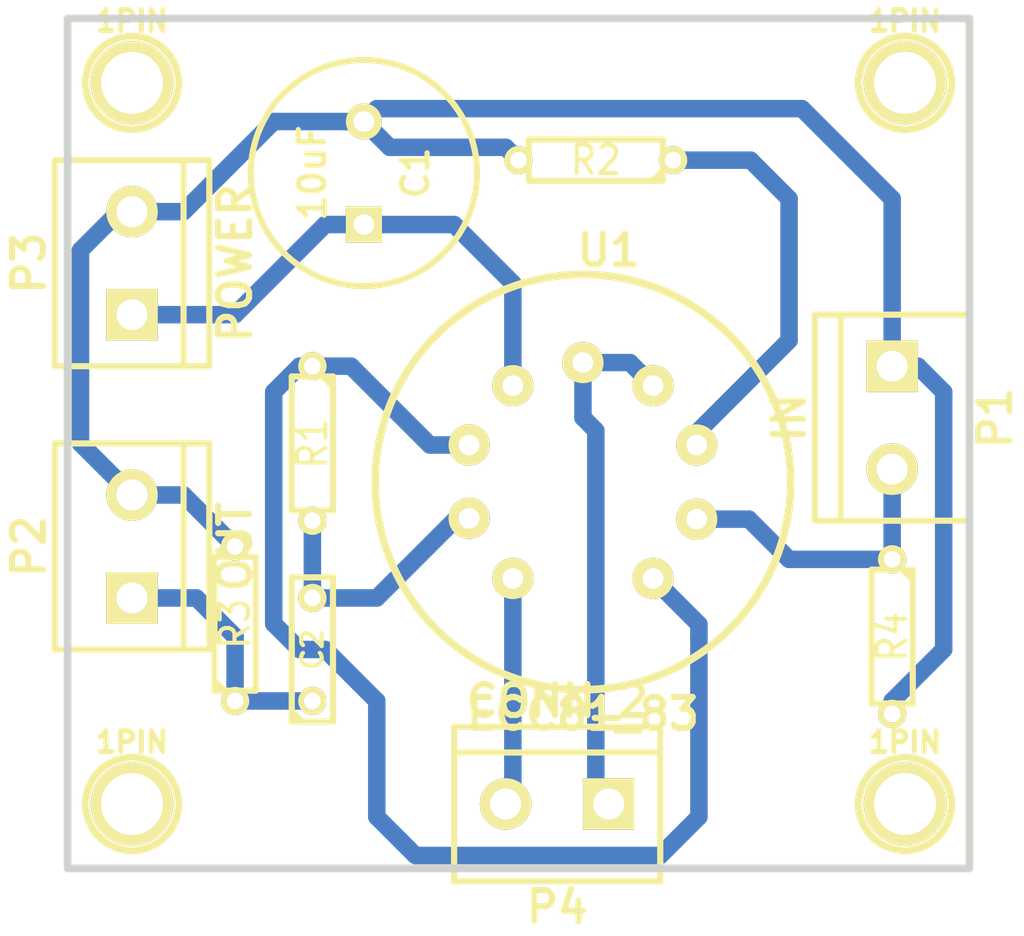
<source format=kicad_pcb>
(kicad_pcb (version 20171130) (host pcbnew "(5.1.12)-1")

  (general
    (thickness 1.6)
    (drawings 4)
    (tracks 74)
    (zones 0)
    (modules 15)
    (nets 10)
  )

  (page A4)
  (title_block
    (date "27 aug 2008")
  )

  (layers
    (0 F.Cu signal)
    (31 B.Cu signal)
    (32 B.Adhes user)
    (33 F.Adhes user)
    (34 B.Paste user)
    (35 F.Paste user)
    (36 B.SilkS user)
    (37 F.SilkS user)
    (38 B.Mask user)
    (39 F.Mask user)
    (40 Dwgs.User user)
    (41 Cmts.User user)
    (42 Eco1.User user)
    (43 Eco2.User user)
    (44 Edge.Cuts user)
    (45 Margin user)
    (46 B.CrtYd user)
    (47 F.CrtYd user)
    (48 B.Fab user)
    (49 F.Fab user)
  )

  (setup
    (last_trace_width 0.8636)
    (trace_clearance 0.1524)
    (zone_clearance 0.381)
    (zone_45_only no)
    (trace_min 0.2)
    (via_size 1.143)
    (via_drill 0.635)
    (via_min_size 0.4)
    (via_min_drill 0.3)
    (uvia_size 0.508)
    (uvia_drill 0.2032)
    (uvias_allowed no)
    (uvia_min_size 0.2)
    (uvia_min_drill 0.1)
    (edge_width 0.381)
    (segment_width 0.381)
    (pcb_text_width 0.3048)
    (pcb_text_size 1.524 2.032)
    (mod_edge_width 0.381)
    (mod_text_size 1.524 1.524)
    (mod_text_width 0.3048)
    (pad_size 2.794 1.397)
    (pad_drill 1.9304)
    (pad_to_mask_clearance 0)
    (aux_axis_origin 0 0)
    (visible_elements FFFFFF7F)
    (pcbplotparams
      (layerselection 0x010fc_ffffffff)
      (usegerberextensions false)
      (usegerberattributes true)
      (usegerberadvancedattributes true)
      (creategerberjobfile true)
      (excludeedgelayer false)
      (linewidth 0.100000)
      (plotframeref false)
      (viasonmask false)
      (mode 1)
      (useauxorigin false)
      (hpglpennumber 1)
      (hpglpenspeed 20)
      (hpglpendiameter 15.000000)
      (psnegative false)
      (psa4output false)
      (plotreference true)
      (plotvalue true)
      (plotinvisibletext false)
      (padsonsilk false)
      (subtractmaskfromsilk false)
      (outputformat 1)
      (mirror false)
      (drillshape 0)
      (scaleselection 1)
      (outputdirectory ""))
  )

  (net 0 "")
  (net 1 N-000001)
  (net 2 N-000004)
  (net 3 N-000005)
  (net 4 N-000007)
  (net 5 N-000008)
  (net 6 N-000009)
  (net 7 N-000002)
  (net 8 GND)
  (net 9 N-000006)

  (net_class Default "This is the default net class."
    (clearance 0.1524)
    (trace_width 0.8636)
    (via_dia 1.143)
    (via_drill 0.635)
    (uvia_dia 0.508)
    (uvia_drill 0.2032)
    (add_net GND)
    (add_net N-000001)
    (add_net N-000002)
    (add_net N-000004)
    (add_net N-000005)
    (add_net N-000006)
    (add_net N-000007)
    (add_net N-000008)
    (add_net N-000009)
  )

  (module 1pin (layer F.Cu) (tedit 200000) (tstamp 454CC09B)
    (at 127 129.54)
    (descr "module 1 pin (ou trou mecanique de percage)")
    (tags DEV)
    (fp_text reference 1PIN (at 0 -3.048) (layer F.SilkS)
      (effects (font (size 1.016 1.016) (thickness 0.3048)))
    )
    (fp_text value P*** (at 0 2.794) (layer F.SilkS) hide
      (effects (font (size 1.016 1.016) (thickness 0.3048)))
    )
    (fp_circle (center 0 0) (end 0 -2.286) (layer F.SilkS) (width 0.381))
    (pad 1 thru_hole circle (at 0 0) (size 4.064 4.064) (drill 3.048) (layers *.Cu *.Mask F.SilkS))
  )

  (module 1pin (layer F.Cu) (tedit 200000) (tstamp 454CC096)
    (at 165.1 129.54)
    (descr "module 1 pin (ou trou mecanique de percage)")
    (tags DEV)
    (fp_text reference 1PIN (at 0 -3.048) (layer F.SilkS)
      (effects (font (size 1.016 1.016) (thickness 0.3048)))
    )
    (fp_text value P*** (at 0 2.794) (layer F.SilkS) hide
      (effects (font (size 1.016 1.016) (thickness 0.3048)))
    )
    (fp_circle (center 0 0) (end 0 -2.286) (layer F.SilkS) (width 0.381))
    (pad 1 thru_hole circle (at 0 0) (size 4.064 4.064) (drill 3.048) (layers *.Cu *.Mask F.SilkS))
  )

  (module 1pin (layer F.Cu) (tedit 200000) (tstamp 454CC090)
    (at 165.1 93.98)
    (descr "module 1 pin (ou trou mecanique de percage)")
    (tags DEV)
    (fp_text reference 1PIN (at 0 -3.048) (layer F.SilkS)
      (effects (font (size 1.016 1.016) (thickness 0.3048)))
    )
    (fp_text value P*** (at 0 2.794) (layer F.SilkS) hide
      (effects (font (size 1.016 1.016) (thickness 0.3048)))
    )
    (fp_circle (center 0 0) (end 0 -2.286) (layer F.SilkS) (width 0.381))
    (pad 1 thru_hole circle (at 0 0) (size 4.064 4.064) (drill 3.048) (layers *.Cu *.Mask F.SilkS))
  )

  (module 1pin (layer F.Cu) (tedit 200000) (tstamp 454CC08A)
    (at 127 93.98)
    (descr "module 1 pin (ou trou mecanique de percage)")
    (tags DEV)
    (fp_text reference 1PIN (at 0 -3.048) (layer F.SilkS)
      (effects (font (size 1.016 1.016) (thickness 0.3048)))
    )
    (fp_text value P*** (at 0 2.794) (layer F.SilkS) hide
      (effects (font (size 1.016 1.016) (thickness 0.3048)))
    )
    (fp_circle (center 0 0) (end 0 -2.286) (layer F.SilkS) (width 0.381))
    (pad 1 thru_hole circle (at 0 0) (size 4.064 4.064) (drill 3.048) (layers *.Cu *.Mask F.SilkS))
  )

  (module ECC-83-1 (layer F.Cu) (tedit 454CBC05) (tstamp 48B4F266)
    (at 149.225 113.665)
    (path /48B4F266)
    (fp_text reference U1 (at 1.27 -11.43) (layer F.SilkS)
      (effects (font (size 1.524 1.524) (thickness 0.3048)))
    )
    (fp_text value ECC81_83 (at 0 11.43) (layer F.SilkS)
      (effects (font (size 1.524 1.524) (thickness 0.3048)))
    )
    (fp_circle (center 0 0) (end 10.16 1.27) (layer F.SilkS) (width 0.381))
    (pad 1 thru_hole circle (at 3.4544 4.75488) (size 2.032 2.032) (drill 1.016) (layers *.Cu *.Mask F.SilkS)
      (net 1 N-000001))
    (pad 2 thru_hole circle (at 5.60832 1.8288) (size 2.032 2.032) (drill 1.016) (layers *.Cu *.Mask F.SilkS)
      (net 2 N-000004))
    (pad 3 thru_hole circle (at 5.60832 -1.8288) (size 2.032 2.032) (drill 1.016) (layers *.Cu *.Mask F.SilkS)
      (net 3 N-000005))
    (pad 4 thru_hole circle (at 3.4544 -4.75488) (size 2.032 2.032) (drill 1.016) (layers *.Cu *.Mask F.SilkS)
      (net 4 N-000007))
    (pad 5 thru_hole circle (at 0 -5.8928) (size 2.032 2.032) (drill 1.016) (layers *.Cu *.Mask F.SilkS)
      (net 4 N-000007))
    (pad 6 thru_hole circle (at -3.4544 -4.75488) (size 2.032 2.032) (drill 1.016) (layers *.Cu *.Mask F.SilkS)
      (net 5 N-000008))
    (pad 7 thru_hole circle (at -5.60832 -1.8288) (size 2.032 2.032) (drill 1.016) (layers *.Cu *.Mask F.SilkS)
      (net 1 N-000001))
    (pad 8 thru_hole circle (at -5.60832 1.78816) (size 2.032 2.032) (drill 1.016) (layers *.Cu *.Mask F.SilkS)
      (net 6 N-000009))
    (pad 9 thru_hole circle (at -3.4544 4.75488) (size 2.032 2.032) (drill 1.016) (layers *.Cu *.Mask F.SilkS)
      (net 7 N-000002))
    (model valves/ecc83.wrl
      (at (xyz 0 0 0))
      (scale (xyz 1 1 1))
      (rotate (xyz 0 0 0))
    )
  )

  (module R3 (layer F.Cu) (tedit 200000) (tstamp 4549F39D)
    (at 149.86 97.79 180)
    (descr "Resitance 3 pas")
    (tags R)
    (path /4549F39D)
    (autoplace_cost180 10)
    (fp_text reference R2 (at 0 0 180) (layer F.SilkS)
      (effects (font (size 1.397 1.27) (thickness 0.2032)))
    )
    (fp_text value 1.5K (at 0 0 180) (layer F.SilkS) hide
      (effects (font (size 1.397 1.27) (thickness 0.2032)))
    )
    (fp_line (start -3.81 0) (end -3.302 0) (layer F.SilkS) (width 0.3048))
    (fp_line (start 3.81 0) (end 3.302 0) (layer F.SilkS) (width 0.3048))
    (fp_line (start 3.302 0) (end 3.302 -1.016) (layer F.SilkS) (width 0.3048))
    (fp_line (start 3.302 -1.016) (end -3.302 -1.016) (layer F.SilkS) (width 0.3048))
    (fp_line (start -3.302 -1.016) (end -3.302 1.016) (layer F.SilkS) (width 0.3048))
    (fp_line (start -3.302 1.016) (end 3.302 1.016) (layer F.SilkS) (width 0.3048))
    (fp_line (start 3.302 1.016) (end 3.302 0) (layer F.SilkS) (width 0.3048))
    (fp_line (start -3.302 -0.508) (end -2.794 -1.016) (layer F.SilkS) (width 0.3048))
    (pad 1 thru_hole circle (at -3.81 0 180) (size 1.397 1.397) (drill 0.8128) (layers *.Cu *.Mask F.SilkS)
      (net 3 N-000005))
    (pad 2 thru_hole circle (at 3.81 0 180) (size 1.397 1.397) (drill 0.8128) (layers *.Cu *.Mask F.SilkS)
      (net 8 GND))
    (model discret/resistor.wrl
      (at (xyz 0 0 0))
      (scale (xyz 0.3 0.3 0.3))
      (rotate (xyz 0 0 0))
    )
  )

  (module R3 (layer F.Cu) (tedit 200000) (tstamp 4549F3A2)
    (at 164.465 121.285 270)
    (descr "Resitance 3 pas")
    (tags R)
    (path /4549F3A2)
    (autoplace_cost180 10)
    (fp_text reference R4 (at 0 0 270) (layer F.SilkS)
      (effects (font (size 1.397 1.27) (thickness 0.2032)))
    )
    (fp_text value 47K (at 0 0 270) (layer F.SilkS) hide
      (effects (font (size 1.397 1.27) (thickness 0.2032)))
    )
    (fp_line (start -3.81 0) (end -3.302 0) (layer F.SilkS) (width 0.3048))
    (fp_line (start 3.81 0) (end 3.302 0) (layer F.SilkS) (width 0.3048))
    (fp_line (start 3.302 0) (end 3.302 -1.016) (layer F.SilkS) (width 0.3048))
    (fp_line (start 3.302 -1.016) (end -3.302 -1.016) (layer F.SilkS) (width 0.3048))
    (fp_line (start -3.302 -1.016) (end -3.302 1.016) (layer F.SilkS) (width 0.3048))
    (fp_line (start -3.302 1.016) (end 3.302 1.016) (layer F.SilkS) (width 0.3048))
    (fp_line (start 3.302 1.016) (end 3.302 0) (layer F.SilkS) (width 0.3048))
    (fp_line (start -3.302 -0.508) (end -2.794 -1.016) (layer F.SilkS) (width 0.3048))
    (pad 1 thru_hole circle (at -3.81 0 270) (size 1.397 1.397) (drill 0.8128) (layers *.Cu *.Mask F.SilkS)
      (net 2 N-000004))
    (pad 2 thru_hole circle (at 3.81 0 270) (size 1.397 1.397) (drill 0.8128) (layers *.Cu *.Mask F.SilkS)
      (net 8 GND))
    (model discret/resistor.wrl
      (at (xyz 0 0 0))
      (scale (xyz 0.3 0.3 0.3))
      (rotate (xyz 0 0 0))
    )
  )

  (module R3 (layer F.Cu) (tedit 200000) (tstamp 4549F3AD)
    (at 132.08 120.65 90)
    (descr "Resitance 3 pas")
    (tags R)
    (path /4549F3AD)
    (autoplace_cost180 10)
    (fp_text reference R3 (at 0 0 90) (layer F.SilkS)
      (effects (font (size 1.397 1.27) (thickness 0.2032)))
    )
    (fp_text value 100K (at 0 0 90) (layer F.SilkS) hide
      (effects (font (size 1.397 1.27) (thickness 0.2032)))
    )
    (fp_line (start -3.81 0) (end -3.302 0) (layer F.SilkS) (width 0.3048))
    (fp_line (start 3.81 0) (end 3.302 0) (layer F.SilkS) (width 0.3048))
    (fp_line (start 3.302 0) (end 3.302 -1.016) (layer F.SilkS) (width 0.3048))
    (fp_line (start 3.302 -1.016) (end -3.302 -1.016) (layer F.SilkS) (width 0.3048))
    (fp_line (start -3.302 -1.016) (end -3.302 1.016) (layer F.SilkS) (width 0.3048))
    (fp_line (start -3.302 1.016) (end 3.302 1.016) (layer F.SilkS) (width 0.3048))
    (fp_line (start 3.302 1.016) (end 3.302 0) (layer F.SilkS) (width 0.3048))
    (fp_line (start -3.302 -0.508) (end -2.794 -1.016) (layer F.SilkS) (width 0.3048))
    (pad 1 thru_hole circle (at -3.81 0 90) (size 1.397 1.397) (drill 0.8128) (layers *.Cu *.Mask F.SilkS)
      (net 9 N-000006))
    (pad 2 thru_hole circle (at 3.81 0 90) (size 1.397 1.397) (drill 0.8128) (layers *.Cu *.Mask F.SilkS)
      (net 8 GND))
    (model discret/resistor.wrl
      (at (xyz 0 0 0))
      (scale (xyz 0.3 0.3 0.3))
      (rotate (xyz 0 0 0))
    )
  )

  (module R3 (layer F.Cu) (tedit 200000) (tstamp 4549F38A)
    (at 135.89 111.76 270)
    (descr "Resitance 3 pas")
    (tags R)
    (path /4549F38A)
    (autoplace_cost180 10)
    (fp_text reference R1 (at 0 0 270) (layer F.SilkS)
      (effects (font (size 1.397 1.27) (thickness 0.2032)))
    )
    (fp_text value 1.5K (at 0 0 270) (layer F.SilkS) hide
      (effects (font (size 1.397 1.27) (thickness 0.2032)))
    )
    (fp_line (start -3.81 0) (end -3.302 0) (layer F.SilkS) (width 0.3048))
    (fp_line (start 3.81 0) (end 3.302 0) (layer F.SilkS) (width 0.3048))
    (fp_line (start 3.302 0) (end 3.302 -1.016) (layer F.SilkS) (width 0.3048))
    (fp_line (start 3.302 -1.016) (end -3.302 -1.016) (layer F.SilkS) (width 0.3048))
    (fp_line (start -3.302 -1.016) (end -3.302 1.016) (layer F.SilkS) (width 0.3048))
    (fp_line (start -3.302 1.016) (end 3.302 1.016) (layer F.SilkS) (width 0.3048))
    (fp_line (start 3.302 1.016) (end 3.302 0) (layer F.SilkS) (width 0.3048))
    (fp_line (start -3.302 -0.508) (end -2.794 -1.016) (layer F.SilkS) (width 0.3048))
    (pad 1 thru_hole circle (at -3.81 0 270) (size 1.397 1.397) (drill 0.8128) (layers *.Cu *.Mask F.SilkS)
      (net 1 N-000001))
    (pad 2 thru_hole circle (at 3.81 0 270) (size 1.397 1.397) (drill 0.8128) (layers *.Cu *.Mask F.SilkS)
      (net 6 N-000009))
    (model discret/resistor.wrl
      (at (xyz 0 0 0))
      (scale (xyz 0.3 0.3 0.3))
      (rotate (xyz 0 0 0))
    )
  )

  (module C2V10 (layer F.Cu) (tedit 41854742) (tstamp 4549F4BE)
    (at 138.43 98.425 90)
    (descr "Condensateur polarise")
    (tags CP)
    (path /4549F4BE)
    (fp_text reference C1 (at 0 2.54 90) (layer F.SilkS)
      (effects (font (size 1.27 1.27) (thickness 0.254)))
    )
    (fp_text value 10uF (at 0 -2.54 90) (layer F.SilkS)
      (effects (font (size 1.27 1.27) (thickness 0.254)))
    )
    (fp_circle (center 0 0) (end 4.826 -2.794) (layer F.SilkS) (width 0.3048))
    (pad 1 thru_hole rect (at -2.54 0 90) (size 1.778 1.778) (drill 1.016) (layers *.Cu *.Mask F.SilkS)
      (net 5 N-000008))
    (pad 2 thru_hole circle (at 2.54 0 90) (size 1.778 1.778) (drill 1.016) (layers *.Cu *.Mask F.SilkS)
      (net 8 GND))
    (model discret/c_vert_c2v10.wrl
      (at (xyz 0 0 0))
      (scale (xyz 1 1 1))
      (rotate (xyz 0 0 0))
    )
  )

  (module C2 (layer F.Cu) (tedit 200000) (tstamp 4549F3BE)
    (at 135.89 121.92 90)
    (descr "Condensateur = 2 pas")
    (tags C)
    (path /4549F3BE)
    (fp_text reference C2 (at 0 0 90) (layer F.SilkS)
      (effects (font (size 1.016 1.016) (thickness 0.2032)))
    )
    (fp_text value 680nF (at 0 0 90) (layer F.SilkS) hide
      (effects (font (size 1.016 1.016) (thickness 0.2032)))
    )
    (fp_line (start -3.556 -1.016) (end 3.556 -1.016) (layer F.SilkS) (width 0.3048))
    (fp_line (start 3.556 -1.016) (end 3.556 1.016) (layer F.SilkS) (width 0.3048))
    (fp_line (start 3.556 1.016) (end -3.556 1.016) (layer F.SilkS) (width 0.3048))
    (fp_line (start -3.556 1.016) (end -3.556 -1.016) (layer F.SilkS) (width 0.3048))
    (fp_line (start -3.556 -0.508) (end -3.048 -1.016) (layer F.SilkS) (width 0.3048))
    (pad 1 thru_hole circle (at -2.54 0 90) (size 1.397 1.397) (drill 0.8128) (layers *.Cu *.Mask F.SilkS)
      (net 9 N-000006))
    (pad 2 thru_hole circle (at 2.54 0 90) (size 1.397 1.397) (drill 0.8128) (layers *.Cu *.Mask F.SilkS)
      (net 6 N-000009))
    (model discret/capa_2pas_5x5mm.wrl
      (at (xyz 0 0 0))
      (scale (xyz 1 1 1))
      (rotate (xyz 0 0 0))
    )
  )

  (module bornier2 (layer F.Cu) (tedit 3EC0ED69) (tstamp 4549F4A5)
    (at 127 102.87 90)
    (descr "Bornier d'alimentation 2 pins")
    (tags DEV)
    (path /4549F4A5)
    (fp_text reference P3 (at 0 -5.08 90) (layer F.SilkS)
      (effects (font (size 1.524 1.524) (thickness 0.3048)))
    )
    (fp_text value POWER (at 0 5.08 90) (layer F.SilkS)
      (effects (font (size 1.524 1.524) (thickness 0.3048)))
    )
    (fp_line (start 5.08 2.54) (end -5.08 2.54) (layer F.SilkS) (width 0.3048))
    (fp_line (start 5.08 3.81) (end 5.08 -3.81) (layer F.SilkS) (width 0.3048))
    (fp_line (start 5.08 -3.81) (end -5.08 -3.81) (layer F.SilkS) (width 0.3048))
    (fp_line (start -5.08 -3.81) (end -5.08 3.81) (layer F.SilkS) (width 0.3048))
    (fp_line (start -5.08 3.81) (end 5.08 3.81) (layer F.SilkS) (width 0.3048))
    (pad 1 thru_hole rect (at -2.54 0 90) (size 2.54 2.54) (drill 1.524) (layers *.Cu *.Mask F.SilkS)
      (net 5 N-000008))
    (pad 2 thru_hole circle (at 2.54 0 90) (size 2.54 2.54) (drill 1.524) (layers *.Cu *.Mask F.SilkS)
      (net 8 GND))
    (model device/bornier_2.wrl
      (at (xyz 0 0 0))
      (scale (xyz 1 1 1))
      (rotate (xyz 0 0 0))
    )
  )

  (module bornier2 (layer F.Cu) (tedit 3EC0ED69) (tstamp 4549F464)
    (at 164.465 110.49 270)
    (descr "Bornier d'alimentation 2 pins")
    (tags DEV)
    (path /4549F464)
    (fp_text reference P1 (at 0 -5.08 270) (layer F.SilkS)
      (effects (font (size 1.524 1.524) (thickness 0.3048)))
    )
    (fp_text value IN (at 0 5.08 270) (layer F.SilkS)
      (effects (font (size 1.524 1.524) (thickness 0.3048)))
    )
    (fp_line (start 5.08 2.54) (end -5.08 2.54) (layer F.SilkS) (width 0.3048))
    (fp_line (start 5.08 3.81) (end 5.08 -3.81) (layer F.SilkS) (width 0.3048))
    (fp_line (start 5.08 -3.81) (end -5.08 -3.81) (layer F.SilkS) (width 0.3048))
    (fp_line (start -5.08 -3.81) (end -5.08 3.81) (layer F.SilkS) (width 0.3048))
    (fp_line (start -5.08 3.81) (end 5.08 3.81) (layer F.SilkS) (width 0.3048))
    (pad 1 thru_hole rect (at -2.54 0 270) (size 2.54 2.54) (drill 1.524) (layers *.Cu *.Mask F.SilkS)
      (net 8 GND))
    (pad 2 thru_hole circle (at 2.54 0 270) (size 2.54 2.54) (drill 1.524) (layers *.Cu *.Mask F.SilkS)
      (net 2 N-000004))
    (model device/bornier_2.wrl
      (at (xyz 0 0 0))
      (scale (xyz 1 1 1))
      (rotate (xyz 0 0 0))
    )
  )

  (module bornier2 (layer F.Cu) (tedit 3EC0ED69) (tstamp 4549F46C)
    (at 127 116.84 90)
    (descr "Bornier d'alimentation 2 pins")
    (tags DEV)
    (path /4549F46C)
    (fp_text reference P2 (at 0 -5.08 90) (layer F.SilkS)
      (effects (font (size 1.524 1.524) (thickness 0.3048)))
    )
    (fp_text value OUT (at 0 5.08 90) (layer F.SilkS)
      (effects (font (size 1.524 1.524) (thickness 0.3048)))
    )
    (fp_line (start 5.08 2.54) (end -5.08 2.54) (layer F.SilkS) (width 0.3048))
    (fp_line (start 5.08 3.81) (end 5.08 -3.81) (layer F.SilkS) (width 0.3048))
    (fp_line (start 5.08 -3.81) (end -5.08 -3.81) (layer F.SilkS) (width 0.3048))
    (fp_line (start -5.08 -3.81) (end -5.08 3.81) (layer F.SilkS) (width 0.3048))
    (fp_line (start -5.08 3.81) (end 5.08 3.81) (layer F.SilkS) (width 0.3048))
    (pad 1 thru_hole rect (at -2.54 0 90) (size 2.54 2.54) (drill 1.524) (layers *.Cu *.Mask F.SilkS)
      (net 9 N-000006))
    (pad 2 thru_hole circle (at 2.54 0 90) (size 2.54 2.54) (drill 1.524) (layers *.Cu *.Mask F.SilkS)
      (net 8 GND))
    (model device/bornier_2.wrl
      (at (xyz 0 0 0))
      (scale (xyz 1 1 1))
      (rotate (xyz 0 0 0))
    )
  )

  (module bornier2 (layer F.Cu) (tedit 3EC0ED69) (tstamp 456A8ACC)
    (at 147.955 129.54 180)
    (descr "Bornier d'alimentation 2 pins")
    (tags DEV)
    (path /456A8ACC)
    (fp_text reference P4 (at 0 -5.08 180) (layer F.SilkS)
      (effects (font (size 1.524 1.524) (thickness 0.3048)))
    )
    (fp_text value CONN_2 (at 0 5.08 180) (layer F.SilkS)
      (effects (font (size 1.524 1.524) (thickness 0.3048)))
    )
    (fp_line (start 5.08 2.54) (end -5.08 2.54) (layer F.SilkS) (width 0.3048))
    (fp_line (start 5.08 3.81) (end 5.08 -3.81) (layer F.SilkS) (width 0.3048))
    (fp_line (start 5.08 -3.81) (end -5.08 -3.81) (layer F.SilkS) (width 0.3048))
    (fp_line (start -5.08 -3.81) (end -5.08 3.81) (layer F.SilkS) (width 0.3048))
    (fp_line (start -5.08 3.81) (end 5.08 3.81) (layer F.SilkS) (width 0.3048))
    (pad 1 thru_hole rect (at -2.54 0 180) (size 2.54 2.54) (drill 1.524) (layers *.Cu *.Mask F.SilkS)
      (net 4 N-000007))
    (pad 2 thru_hole circle (at 2.54 0 180) (size 2.54 2.54) (drill 1.524) (layers *.Cu *.Mask F.SilkS)
      (net 7 N-000002))
    (model device/bornier_2.wrl
      (at (xyz 0 0 0))
      (scale (xyz 1 1 1))
      (rotate (xyz 0 0 0))
    )
  )

  (gr_line (start 123.825 132.715) (end 168.275 132.715) (angle 90) (layer Edge.Cuts) (width 0.381))
  (gr_line (start 168.275 90.805) (end 123.825 90.805) (angle 90) (layer Edge.Cuts) (width 0.381))
  (gr_line (start 168.275 90.805) (end 168.275 132.715) (angle 90) (layer Edge.Cuts) (width 0.381))
  (gr_line (start 123.825 90.805) (end 123.825 132.715) (angle 90) (layer Edge.Cuts) (width 0.381))

  (segment (start 135.89 107.95) (end 135.255 107.95) (width 0.8636) (layer B.Cu) (net 1) (status 800))
  (segment (start 135.255 121.92) (end 136.525 121.92) (width 0.8636) (layer B.Cu) (net 1))
  (segment (start 136.525 121.92) (end 139.065 124.46) (width 0.8636) (layer B.Cu) (net 1))
  (segment (start 139.065 124.46) (end 139.065 130.175) (width 0.8636) (layer B.Cu) (net 1))
  (segment (start 139.065 130.175) (end 140.335 131.445) (width 0.8636) (layer B.Cu) (net 1))
  (segment (start 133.985 109.22) (end 133.985 120.65) (width 0.8636) (layer B.Cu) (net 1))
  (segment (start 135.255 107.95) (end 133.985 109.22) (width 0.8636) (layer B.Cu) (net 1))
  (segment (start 135.89 107.95) (end 137.795 107.95) (width 0.8636) (layer B.Cu) (net 1) (status 800))
  (segment (start 133.985 120.65) (end 135.255 121.92) (width 0.8636) (layer B.Cu) (net 1))
  (segment (start 140.335 131.445) (end 140.97 132.08) (width 0.8636) (layer B.Cu) (net 1))
  (segment (start 154.94 121.31548) (end 154.94 121.31548) (width 0.8636) (layer B.Cu) (net 1))
  (segment (start 154.94 130.175) (end 154.94 121.31548) (width 0.8636) (layer B.Cu) (net 1))
  (segment (start 153.035 132.08) (end 154.94 130.175) (width 0.8636) (layer B.Cu) (net 1))
  (segment (start 140.97 132.08) (end 153.035 132.08) (width 0.8636) (layer B.Cu) (net 1))
  (segment (start 143.61668 111.8362) (end 141.6812 111.8362) (width 0.8636) (layer B.Cu) (net 1) (status 800))
  (segment (start 141.6812 111.8362) (end 137.795 107.95) (width 0.8636) (layer B.Cu) (net 1))
  (segment (start 154.94 121.31548) (end 154.94 120.68048) (width 0.8636) (layer B.Cu) (net 1))
  (segment (start 154.94 120.68048) (end 152.6794 118.41988) (width 0.8636) (layer B.Cu) (net 1) (status 400))
  (segment (start 157.4038 115.4938) (end 159.385 117.475) (width 0.8636) (layer B.Cu) (net 2))
  (segment (start 164.465 117.475) (end 164.465 113.03) (width 0.8636) (layer B.Cu) (net 2) (status C00))
  (segment (start 154.83332 115.4938) (end 157.4038 115.4938) (width 0.8636) (layer B.Cu) (net 2) (status 800))
  (segment (start 159.385 117.475) (end 164.465 117.475) (width 0.8636) (layer B.Cu) (net 2) (status 400))
  (segment (start 153.67 97.79) (end 157.48 97.79) (width 0.8636) (layer B.Cu) (net 3) (status 800))
  (segment (start 157.48 97.79) (end 159.385 99.695) (width 0.8636) (layer B.Cu) (net 3))
  (segment (start 154.83332 111.8362) (end 154.83332 111.23168) (width 0.8636) (layer B.Cu) (net 3) (status 800))
  (segment (start 159.385 106.68) (end 159.385 99.695) (width 0.8636) (layer B.Cu) (net 3))
  (segment (start 154.83332 111.23168) (end 159.385 106.68) (width 0.8636) (layer B.Cu) (net 3))
  (segment (start 149.86 128.905) (end 150.495 129.54) (width 0.8636) (layer B.Cu) (net 4) (status 400))
  (segment (start 149.86 111.125) (end 149.86 128.905) (width 0.8636) (layer B.Cu) (net 4))
  (segment (start 149.225 110.49) (end 149.86 111.125) (width 0.8636) (layer B.Cu) (net 4))
  (segment (start 149.225 107.7722) (end 151.54148 107.7722) (width 0.8636) (layer B.Cu) (net 4) (status 800))
  (segment (start 151.54148 107.7722) (end 152.6794 108.91012) (width 0.8636) (layer B.Cu) (net 4) (status 400))
  (segment (start 149.225 107.7722) (end 149.225 110.49) (width 0.8636) (layer B.Cu) (net 4) (status 800))
  (segment (start 127 105.41) (end 132.08 105.41) (width 0.8636) (layer B.Cu) (net 5) (status 800))
  (segment (start 132.08 105.41) (end 135.255 102.235) (width 0.8636) (layer B.Cu) (net 5))
  (segment (start 145.7706 108.91012) (end 145.7706 103.8606) (width 0.8636) (layer B.Cu) (net 5) (status 800))
  (segment (start 142.875 100.965) (end 138.43 100.965) (width 0.8636) (layer B.Cu) (net 5) (status 400))
  (segment (start 145.7706 103.8606) (end 142.875 100.965) (width 0.8636) (layer B.Cu) (net 5))
  (segment (start 138.43 100.965) (end 136.525 100.965) (width 0.8636) (layer B.Cu) (net 5) (status 800))
  (segment (start 136.525 100.965) (end 135.255 102.235) (width 0.8636) (layer B.Cu) (net 5))
  (segment (start 142.99184 115.45316) (end 139.065 119.38) (width 0.8636) (layer B.Cu) (net 6))
  (segment (start 135.89 119.38) (end 135.89 115.57) (width 0.8636) (layer B.Cu) (net 6) (status C00))
  (segment (start 135.89 119.38) (end 139.065 119.38) (width 0.8636) (layer B.Cu) (net 6) (status 800))
  (segment (start 143.61668 115.45316) (end 142.99184 115.45316) (width 0.8636) (layer B.Cu) (net 6) (status 800))
  (segment (start 145.7706 129.1844) (end 145.415 129.54) (width 0.8636) (layer B.Cu) (net 7) (status 400))
  (segment (start 145.7706 118.41988) (end 145.7706 129.1844) (width 0.8636) (layer B.Cu) (net 7) (status 800))
  (segment (start 167.005 109.22) (end 167.005 121.92) (width 0.8636) (layer B.Cu) (net 8))
  (segment (start 164.465 124.46) (end 167.005 121.92) (width 0.8636) (layer B.Cu) (net 8))
  (segment (start 164.465 125.095) (end 164.465 124.46) (width 0.8636) (layer B.Cu) (net 8) (status 800))
  (segment (start 142.24 95.25) (end 146.05 95.25) (width 0.8636) (layer B.Cu) (net 8))
  (segment (start 146.05 95.25) (end 148.59 95.25) (width 0.8636) (layer B.Cu) (net 8))
  (segment (start 148.59 95.25) (end 160.02 95.25) (width 0.8636) (layer B.Cu) (net 8))
  (segment (start 160.02 95.25) (end 164.465 99.695) (width 0.8636) (layer B.Cu) (net 8))
  (segment (start 164.465 99.695) (end 164.465 107.95) (width 0.8636) (layer B.Cu) (net 8) (status 400))
  (segment (start 127 100.33) (end 129.54 100.33) (width 0.8636) (layer B.Cu) (net 8) (status 800))
  (segment (start 124.46 102.235) (end 124.46 111.76) (width 0.8636) (layer B.Cu) (net 8))
  (segment (start 129.54 114.3) (end 127 114.3) (width 0.8636) (layer B.Cu) (net 8) (status 400))
  (segment (start 127 114.3) (end 124.46 111.76) (width 0.8636) (layer B.Cu) (net 8) (status 800))
  (segment (start 127 100.33) (end 126.365 100.33) (width 0.8636) (layer B.Cu) (net 8) (status 800))
  (segment (start 126.365 100.33) (end 124.46 102.235) (width 0.8636) (layer B.Cu) (net 8))
  (segment (start 164.465 107.95) (end 165.735 107.95) (width 0.8636) (layer B.Cu) (net 8) (status 800))
  (segment (start 165.735 107.95) (end 167.005 109.22) (width 0.8636) (layer B.Cu) (net 8))
  (segment (start 132.08 116.84) (end 129.54 114.3) (width 0.8636) (layer B.Cu) (net 8) (status 800))
  (segment (start 138.43 95.885) (end 139.7 97.155) (width 0.8636) (layer B.Cu) (net 8) (status 800))
  (segment (start 145.415 97.155) (end 146.05 97.79) (width 0.8636) (layer B.Cu) (net 8) (status 400))
  (segment (start 139.7 97.155) (end 145.415 97.155) (width 0.8636) (layer B.Cu) (net 8))
  (segment (start 138.43 95.885) (end 139.065 95.25) (width 0.8636) (layer B.Cu) (net 8) (status 800))
  (segment (start 139.065 95.25) (end 142.24 95.25) (width 0.8636) (layer B.Cu) (net 8))
  (segment (start 129.54 100.33) (end 133.985 95.885) (width 0.8636) (layer B.Cu) (net 8))
  (segment (start 133.985 95.885) (end 138.43 95.885) (width 0.8636) (layer B.Cu) (net 8) (status 400))
  (segment (start 132.08 124.46) (end 135.89 124.46) (width 0.8636) (layer B.Cu) (net 9) (status C00))
  (segment (start 132.08 124.46) (end 132.08 121.285) (width 0.8636) (layer B.Cu) (net 9) (status 800))
  (segment (start 130.175 119.38) (end 127 119.38) (width 0.8636) (layer B.Cu) (net 9) (status 400))
  (segment (start 132.08 121.285) (end 130.175 119.38) (width 0.8636) (layer B.Cu) (net 9))

)

</source>
